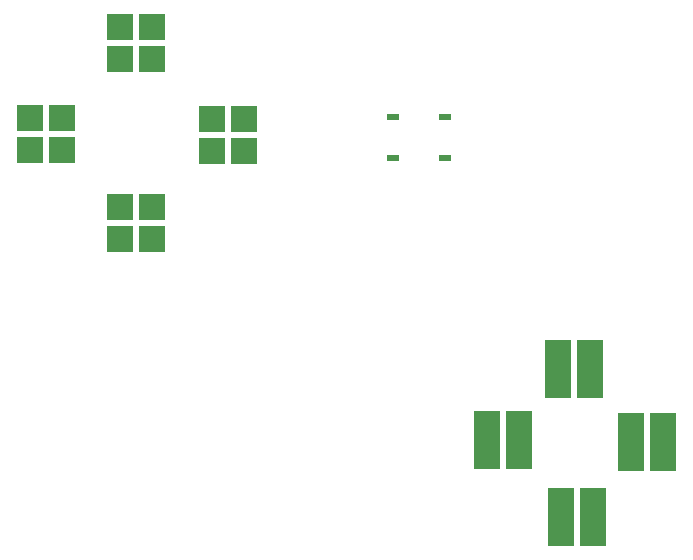
<source format=gbr>
%TF.GenerationSoftware,KiCad,Pcbnew,7.0.10*%
%TF.CreationDate,2024-02-20T20:24:08-05:00*%
%TF.ProjectId,GBoyGcPlus,47426f79-4763-4506-9c75-732e6b696361,rev?*%
%TF.SameCoordinates,Original*%
%TF.FileFunction,Paste,Bot*%
%TF.FilePolarity,Positive*%
%FSLAX46Y46*%
G04 Gerber Fmt 4.6, Leading zero omitted, Abs format (unit mm)*
G04 Created by KiCad (PCBNEW 7.0.10) date 2024-02-20 20:24:08*
%MOMM*%
%LPD*%
G01*
G04 APERTURE LIST*
%ADD10R,2.300000X2.300000*%
%ADD11R,2.300000X5.000000*%
%ADD12R,1.092200X0.558800*%
G04 APERTURE END LIST*
D10*
%TO.C,SW4*%
X141130000Y-85000000D03*
X138430000Y-87700000D03*
X138430000Y-85000000D03*
X141130000Y-87700000D03*
%TD*%
D11*
%TO.C,SW8*%
X170434000Y-106142000D03*
X167734000Y-106142000D03*
%TD*%
%TO.C,SW6*%
X176600000Y-112360000D03*
X173900000Y-112360000D03*
%TD*%
D10*
%TO.C,SW2*%
X133360000Y-92430000D03*
X130660000Y-95130000D03*
X130660000Y-92430000D03*
X133360000Y-95130000D03*
%TD*%
D12*
%TO.C,SW9*%
X153771600Y-88317000D03*
X158140400Y-88317000D03*
X153771600Y-84811800D03*
X158140400Y-84811800D03*
%TD*%
D11*
%TO.C,SW5*%
X164450000Y-112140000D03*
X161750000Y-112140000D03*
%TD*%
D10*
%TO.C,SW1*%
X125740000Y-87630000D03*
X123040000Y-84930000D03*
X125740000Y-84930000D03*
X123040000Y-87630000D03*
%TD*%
D11*
%TO.C,SW7*%
X167980000Y-118700000D03*
X170680000Y-118700000D03*
%TD*%
D10*
%TO.C,SW3*%
X130640000Y-77170000D03*
X133340000Y-79870000D03*
X130640000Y-79870000D03*
X133340000Y-77170000D03*
%TD*%
M02*

</source>
